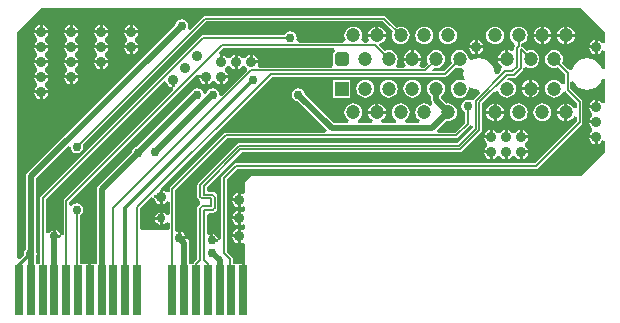
<source format=gtl>
%FSAX24Y24*%
%MOIN*%
G70*
G01*
G75*
G04 Layer_Physical_Order=1*
G04 Layer_Color=255*
%ADD10C,0.0060*%
%ADD11R,0.0276X0.1654*%
%ADD12C,0.0200*%
%ADD13C,0.0120*%
%ADD14C,0.0472*%
%ADD15R,0.0472X0.0472*%
G04:AMPARAMS|DCode=16|XSize=47.2mil|YSize=47.2mil|CornerRadius=11.8mil|HoleSize=0mil|Usage=FLASHONLY|Rotation=0.000|XOffset=0mil|YOffset=0mil|HoleType=Round|Shape=RoundedRectangle|*
%AMROUNDEDRECTD16*
21,1,0.0472,0.0236,0,0,0.0*
21,1,0.0236,0.0472,0,0,0.0*
1,1,0.0236,0.0118,-0.0118*
1,1,0.0236,-0.0118,-0.0118*
1,1,0.0236,-0.0118,0.0118*
1,1,0.0236,0.0118,0.0118*
%
%ADD16ROUNDEDRECTD16*%
%ADD17C,0.0350*%
%ADD18C,0.0300*%
G36*
X024873Y018804D02*
X024950Y018793D01*
X025020Y018802D01*
X025090Y018732D01*
X025073Y018600D01*
X025091Y018464D01*
X025122Y018388D01*
X025028Y018389D01*
X025028Y018389D01*
X025028Y018389D01*
X024950Y018399D01*
X024873Y018389D01*
X024801Y018359D01*
X024739Y018311D01*
X024692Y018249D01*
X024662Y018177D01*
X024652Y018100D01*
X024662Y018023D01*
X024692Y017951D01*
X024739Y017889D01*
X024801Y017841D01*
X024873Y017811D01*
X024950Y017801D01*
X025028Y017811D01*
X025100Y017841D01*
X025162Y017889D01*
X025209Y017951D01*
X025239Y018023D01*
X025249Y018100D01*
D01*
D01*
D01*
X025249Y018100D01*
X025249Y018100D01*
X025274Y018192D01*
D01*
X025336Y018144D01*
X025464Y018091D01*
X025600Y018073D01*
X025615Y017960D01*
X025425Y017770D01*
X025405Y017740D01*
X025405Y017740D01*
Y017740D01*
X025405Y017739D01*
X025308Y017714D01*
X025302Y017718D01*
X025220Y017734D01*
X025138Y017718D01*
X025069Y017671D01*
X025022Y017602D01*
X025006Y017520D01*
X025022Y017438D01*
X025069Y017369D01*
X025128Y017329D01*
Y016978D01*
X024792Y016642D01*
X024239D01*
X024201Y016734D01*
X024497Y017030D01*
X024557Y017022D01*
X024634Y017032D01*
X024706Y017062D01*
X024768Y017109D01*
X024815Y017171D01*
X024845Y017243D01*
X024855Y017320D01*
X024845Y017398D01*
X024815Y017470D01*
X024768Y017532D01*
X024706Y017579D01*
X024634Y017609D01*
X024557Y017619D01*
X024497Y017611D01*
X024326Y017782D01*
Y017860D01*
X024374Y017897D01*
X024422Y017958D01*
X024452Y018031D01*
X024462Y018108D01*
X024452Y018185D01*
X024422Y018257D01*
X024374Y018319D01*
X024312Y018367D01*
X024240Y018396D01*
X024163Y018407D01*
X024086Y018396D01*
X024014Y018367D01*
X023952Y018319D01*
X023904Y018257D01*
X023874Y018185D01*
X023864Y018108D01*
X023874Y018031D01*
X023904Y017958D01*
X023952Y017897D01*
X024000Y017860D01*
Y017714D01*
X024000Y017714D01*
X024000D01*
X024012Y017652D01*
X024040Y017611D01*
X023967Y017542D01*
X023919Y017579D01*
X023847Y017609D01*
X023769Y017619D01*
X023692Y017609D01*
X023620Y017579D01*
X023558Y017532D01*
X023511Y017470D01*
X023481Y017398D01*
X023471Y017320D01*
X023481Y017243D01*
X023511Y017171D01*
X023558Y017109D01*
X023620Y017062D01*
X023621Y017061D01*
X023602Y016963D01*
X023150D01*
X023130Y017061D01*
X023131Y017062D01*
X023193Y017109D01*
X023241Y017171D01*
X023270Y017243D01*
X023281Y017320D01*
X023270Y017398D01*
X023241Y017470D01*
X023193Y017532D01*
X023131Y017579D01*
X023059Y017609D01*
X022982Y017619D01*
X022905Y017609D01*
X022833Y017579D01*
X022771Y017532D01*
X022723Y017470D01*
X022693Y017398D01*
X022683Y017320D01*
X022693Y017243D01*
X022723Y017171D01*
X022771Y017109D01*
X022833Y017062D01*
X022834Y017061D01*
X022814Y016963D01*
X022362D01*
X022343Y017061D01*
X022344Y017062D01*
X022406Y017109D01*
X022453Y017171D01*
X022483Y017243D01*
X022487Y017270D01*
X021902D01*
X021906Y017243D01*
X021936Y017171D01*
X021983Y017109D01*
X022045Y017062D01*
X022046Y017061D01*
X022027Y016963D01*
X021575D01*
X021555Y017061D01*
X021556Y017062D01*
X021618Y017109D01*
X021666Y017171D01*
X021696Y017243D01*
X021706Y017320D01*
X021696Y017398D01*
X021666Y017470D01*
X021618Y017532D01*
X021556Y017579D01*
X021484Y017609D01*
X021407Y017619D01*
X021330Y017609D01*
X021258Y017579D01*
X021196Y017532D01*
X021148Y017470D01*
X021118Y017398D01*
X021108Y017320D01*
X021118Y017243D01*
X021148Y017171D01*
X021196Y017109D01*
X021258Y017062D01*
X021259Y017061D01*
X021239Y016963D01*
X020748D01*
X019780Y017931D01*
X019768Y017992D01*
X019721Y018061D01*
X019652Y018108D01*
X019570Y018124D01*
X019488Y018108D01*
X019419Y018061D01*
X019372Y017992D01*
X019356Y017910D01*
X019372Y017828D01*
X019419Y017759D01*
X019488Y017712D01*
X019549Y017700D01*
X020515Y016734D01*
X020477Y016642D01*
X017150D01*
X017115Y016635D01*
X017085Y016615D01*
X015305Y014835D01*
X015285Y014805D01*
X015278Y014770D01*
Y014679D01*
X015183Y014650D01*
X015169Y014669D01*
X015092Y014721D01*
X015050Y014730D01*
Y014500D01*
Y014270D01*
X015092Y014279D01*
X015169Y014331D01*
X015183Y014350D01*
X015278Y014321D01*
Y013914D01*
X015183Y013885D01*
X015151Y013931D01*
X015082Y013978D01*
X015050Y013984D01*
Y013780D01*
Y013576D01*
X015082Y013582D01*
X015151Y013629D01*
X015183Y013675D01*
X015278Y013646D01*
Y013432D01*
X015200Y013400D01*
Y013400D01*
X015200Y013400D01*
X014400D01*
X014384Y013384D01*
X014292Y013422D01*
Y014112D01*
X014672Y014492D01*
X014768Y014463D01*
X014760Y014500D01*
X014770Y014550D01*
X014950D01*
Y014730D01*
X015000Y014740D01*
X014987Y014807D01*
X018688Y018508D01*
X024458D01*
X024493Y018515D01*
X024523Y018535D01*
Y018535D01*
X024523D01*
D01*
D01*
D01*
D01*
D01*
D01*
X024523D01*
D01*
X024523D01*
Y018535D01*
D01*
D01*
D01*
D01*
Y018535D01*
D01*
D01*
D01*
D01*
D01*
D01*
Y018535D01*
D01*
D01*
X024523D01*
D01*
D01*
D01*
X024815Y018827D01*
X024873Y018804D01*
D02*
G37*
G36*
X020803Y019363D02*
X020767Y019339D01*
X020728Y019280D01*
X020714Y019210D01*
Y018974D01*
X020728Y018905D01*
X020731Y018900D01*
X020683Y018812D01*
X018263D01*
X018216Y018900D01*
X018221Y018908D01*
X018230Y018950D01*
X018000D01*
Y019000D01*
X017950D01*
Y019230D01*
X017908Y019221D01*
X017831Y019169D01*
X017800Y019124D01*
X017700D01*
X017669Y019169D01*
X017592Y019221D01*
X017550Y019230D01*
Y019000D01*
Y018770D01*
X017592Y018779D01*
X017669Y018831D01*
X017700Y018876D01*
X017800D01*
X017831Y018831D01*
X017861Y018810D01*
X017871Y018711D01*
X017022Y017862D01*
X016934Y017909D01*
X016934Y017910D01*
X016918Y017992D01*
X016871Y018061D01*
X016802Y018108D01*
X016720Y018124D01*
X016638Y018108D01*
X016569Y018061D01*
X016522Y017992D01*
Y017992D01*
X016500Y017931D01*
X016404Y017960D01*
X016398Y017992D01*
X016351Y018061D01*
X016282Y018108D01*
X016200Y018124D01*
X016118Y018108D01*
X016049Y018061D01*
X016002Y017992D01*
X015997Y017968D01*
X014209Y016180D01*
X014148Y016168D01*
X014079Y016121D01*
X014032Y016052D01*
X014020Y015991D01*
X012898Y014869D01*
X012863Y014816D01*
X012851Y014754D01*
Y012267D01*
X012670D01*
Y011380D01*
X012570D01*
Y012267D01*
X012282D01*
Y013879D01*
X012341Y013919D01*
X012388Y013988D01*
X012404Y014070D01*
X012388Y014152D01*
X012341Y014221D01*
X012272Y014268D01*
X012190Y014284D01*
X012108Y014268D01*
X012039Y014221D01*
X012027Y014205D01*
X011932Y014234D01*
Y014332D01*
X016178Y018579D01*
X016267Y018532D01*
X016270Y018550D01*
X016500D01*
Y018500D01*
X016550D01*
Y018270D01*
X016592Y018279D01*
X016669Y018331D01*
X016700Y018376D01*
X016800D01*
X016831Y018331D01*
X016908Y018279D01*
X016950Y018270D01*
Y018500D01*
X017000D01*
Y018550D01*
X017230D01*
X017221Y018592D01*
X017169Y018669D01*
X017124Y018700D01*
Y018800D01*
X017169Y018831D01*
X017200Y018876D01*
X017300D01*
X017331Y018831D01*
X017408Y018779D01*
X017450Y018770D01*
Y019000D01*
Y019230D01*
X017408Y019221D01*
X017331Y019169D01*
X017300Y019124D01*
X017200D01*
X017169Y019169D01*
X017092Y019221D01*
X017050Y019230D01*
Y019000D01*
X016950D01*
Y019230D01*
X016968Y019233D01*
X016921Y019322D01*
X017058Y019458D01*
X020774D01*
X020803Y019363D01*
D02*
G37*
G36*
X029800Y020000D02*
Y019646D01*
X029704Y019617D01*
X029669Y019669D01*
X029592Y019721D01*
X029550Y019730D01*
Y019500D01*
Y019270D01*
X029592Y019279D01*
X029669Y019331D01*
X029704Y019383D01*
X029800Y019354D01*
Y018779D01*
X029702Y018760D01*
X029659Y018864D01*
X029575Y018973D01*
X029466Y019056D01*
X029339Y019109D01*
X029202Y019127D01*
X029066Y019109D01*
X028939Y019056D01*
X028830Y018973D01*
X028746Y018864D01*
X028696Y018743D01*
X028674Y018739D01*
X028569Y018753D01*
X028365Y018957D01*
X028389Y019015D01*
X028399Y019092D01*
X028389Y019169D01*
X028359Y019242D01*
X028311Y019303D01*
X028249Y019351D01*
X028177Y019381D01*
X028100Y019391D01*
X028023Y019381D01*
X027951Y019351D01*
X027889Y019303D01*
X027841Y019242D01*
X027811Y019169D01*
X027801Y019092D01*
X027811Y019015D01*
X027841Y018943D01*
X027889Y018881D01*
X027951Y018833D01*
X028023Y018804D01*
X028100Y018793D01*
X028177Y018804D01*
X028235Y018827D01*
X028458Y018604D01*
Y018273D01*
X028360Y018254D01*
X028359Y018257D01*
X028311Y018319D01*
X028249Y018367D01*
X028177Y018396D01*
X028100Y018407D01*
X028023Y018396D01*
X027951Y018367D01*
X027889Y018319D01*
X027841Y018257D01*
X027811Y018185D01*
X027801Y018108D01*
X027811Y018031D01*
X027841Y017958D01*
X027889Y017897D01*
X027951Y017849D01*
X028023Y017819D01*
X028100Y017809D01*
X028177Y017819D01*
X028249Y017849D01*
X028311Y017897D01*
X028359Y017958D01*
X028378Y018006D01*
X028478Y018016D01*
X028485Y018005D01*
X028858Y017632D01*
Y017471D01*
X028760Y017451D01*
X028752Y017470D01*
X028705Y017532D01*
X028643Y017579D01*
X028571Y017609D01*
X028544Y017613D01*
Y017320D01*
Y017028D01*
X028571Y017032D01*
X028643Y017062D01*
X028705Y017109D01*
X028752Y017171D01*
X028760Y017190D01*
X028858Y017170D01*
Y017028D01*
X027452Y015622D01*
X017500D01*
X017465Y015615D01*
X017435Y015595D01*
X017025Y015185D01*
X017005Y015155D01*
X016998Y015120D01*
Y013087D01*
X016899Y013077D01*
X016904Y013050D01*
X016894Y013000D01*
X016690D01*
Y013050D01*
X016640D01*
Y013254D01*
X016608Y013248D01*
X016600Y013243D01*
X016512Y013290D01*
Y013908D01*
X016583Y013978D01*
X016720D01*
Y013977D01*
X016779Y013989D01*
X016828Y014022D01*
X016862Y014071D01*
X016873Y014130D01*
X016872D01*
Y014510D01*
X016873D01*
X016862Y014569D01*
X016828Y014618D01*
X016779Y014651D01*
X016720Y014663D01*
Y014662D01*
X016583D01*
X016512Y014732D01*
Y014822D01*
X017678Y015988D01*
X024965D01*
X025000Y015995D01*
X025030Y016015D01*
X025675Y016660D01*
X025695Y016690D01*
X025702Y016725D01*
D01*
D01*
D01*
D01*
D01*
X025702D01*
D01*
D01*
D01*
D01*
Y016725D01*
X025702D01*
D01*
Y016725D01*
D01*
D01*
D01*
D01*
D01*
D01*
D01*
D01*
D01*
D01*
D01*
D01*
Y016725D01*
D01*
X025702D01*
D01*
D01*
D01*
D01*
X025702Y016725D01*
Y017617D01*
X026097Y018012D01*
X026237Y018031D01*
X026266Y017958D01*
X026314Y017897D01*
X026376Y017849D01*
X026448Y017819D01*
X026525Y017809D01*
X026603Y017819D01*
X026675Y017849D01*
X026736Y017897D01*
X026784Y017958D01*
X026814Y018031D01*
X026824Y018108D01*
X026814Y018185D01*
X026784Y018257D01*
X026736Y018319D01*
X026675Y018367D01*
X026603Y018396D01*
X026525Y018407D01*
X026514Y018429D01*
X026553Y018468D01*
X026755D01*
X026790Y018475D01*
X026820Y018495D01*
X027045Y018720D01*
X027065Y018750D01*
X027066Y018756D01*
X027072Y018785D01*
Y018791D01*
X027161Y018835D01*
X027163Y018833D01*
X027235Y018804D01*
X027313Y018793D01*
X027390Y018804D01*
X027462Y018833D01*
X027524Y018881D01*
X027571Y018943D01*
X027601Y019015D01*
X027611Y019092D01*
X027601Y019169D01*
X027571Y019242D01*
X027524Y019303D01*
X027462Y019351D01*
X027390Y019381D01*
X027313Y019391D01*
X027235Y019381D01*
X027178Y019357D01*
X027050Y019485D01*
X027020Y019505D01*
X027007Y019507D01*
X027011Y019524D01*
Y019597D01*
X027068Y019621D01*
X027130Y019668D01*
X027178Y019730D01*
X027207Y019802D01*
X027218Y019880D01*
X027207Y019957D01*
X027178Y020029D01*
X027130Y020091D01*
X027068Y020138D01*
X026996Y020168D01*
X026919Y020178D01*
X026842Y020168D01*
X026770Y020138D01*
X026708Y020091D01*
X026660Y020029D01*
X026630Y019957D01*
X026620Y019880D01*
X026630Y019802D01*
X026660Y019730D01*
X026708Y019668D01*
X026770Y019621D01*
X026800Y019541D01*
X026795Y019530D01*
X026795Y019530D01*
X026795D01*
X026775Y019500D01*
X026768Y019465D01*
Y019392D01*
X026679Y019348D01*
X026675Y019351D01*
X026603Y019381D01*
X026575Y019384D01*
Y019092D01*
X026525D01*
Y019042D01*
X026233D01*
X026237Y019015D01*
X026266Y018943D01*
X026314Y018881D01*
X026376Y018833D01*
X026296Y018641D01*
X026240Y018585D01*
X026127Y018600D01*
X026109Y018736D01*
X026056Y018864D01*
X025973Y018973D01*
X025864Y019056D01*
X025736Y019109D01*
X025600Y019127D01*
X025464Y019109D01*
X025336Y019056D01*
X025249Y019092D01*
X025249Y019092D01*
D01*
D01*
Y019092D01*
D01*
X025239Y019169D01*
X025209Y019242D01*
X025162Y019303D01*
X025100Y019351D01*
X025028Y019381D01*
X024950Y019391D01*
X024873Y019381D01*
X024801Y019351D01*
X024739Y019303D01*
X024692Y019242D01*
X024662Y019169D01*
X024652Y019092D01*
X024662Y019015D01*
X024686Y018957D01*
X024420Y018692D01*
X024042D01*
X024041Y018695D01*
X024080Y018790D01*
X024090Y018803D01*
X024163Y018793D01*
X024240Y018804D01*
X024312Y018833D01*
X024374Y018881D01*
X024422Y018943D01*
X024452Y019015D01*
X024462Y019092D01*
X024452Y019169D01*
X024422Y019242D01*
X024374Y019303D01*
X024312Y019351D01*
X024240Y019381D01*
X024163Y019391D01*
X024086Y019381D01*
X024014Y019351D01*
X023952Y019303D01*
X023904Y019242D01*
X023874Y019169D01*
X023864Y019092D01*
X023874Y019015D01*
X023904Y018944D01*
X023772Y018812D01*
X023647D01*
X023603Y018901D01*
X023634Y018943D01*
X023664Y019015D01*
X023668Y019042D01*
X023083D01*
X023087Y019015D01*
X023117Y018943D01*
X023149Y018901D01*
X023104Y018812D01*
X022859D01*
X022815Y018901D01*
X022847Y018943D01*
X022877Y019015D01*
X022887Y019092D01*
X022877Y019169D01*
X022847Y019242D01*
X022799Y019303D01*
X022738Y019351D01*
X022666Y019381D01*
X022588Y019391D01*
X022511Y019381D01*
X022453Y019357D01*
X022258Y019552D01*
X022272Y019591D01*
X022344Y019621D01*
X022406Y019668D01*
X022453Y019730D01*
X022483Y019802D01*
X022487Y019830D01*
X021902D01*
X021906Y019802D01*
X021936Y019730D01*
X021821Y019642D01*
X021781D01*
X021666Y019730D01*
X021696Y019802D01*
X021706Y019880D01*
X021696Y019957D01*
X021666Y020029D01*
X021618Y020091D01*
X021556Y020138D01*
X021484Y020168D01*
X021407Y020178D01*
X021330Y020168D01*
X021258Y020138D01*
X021196Y020091D01*
X021148Y020029D01*
X021118Y019957D01*
X021108Y019880D01*
X021118Y019802D01*
X021148Y019730D01*
X021033Y019642D01*
X019637D01*
X019508Y019728D01*
X019524Y019810D01*
X019508Y019892D01*
X019461Y019961D01*
X019392Y020008D01*
X019310Y020024D01*
X019228Y020008D01*
X019159Y019961D01*
X019119Y019902D01*
X016410D01*
X016375Y019895D01*
X016345Y019875D01*
X010995Y014525D01*
X010975Y014495D01*
X010968Y014460D01*
Y012267D01*
X010815D01*
Y012493D01*
X010838Y012528D01*
X010854Y012610D01*
X010838Y012692D01*
X010815Y012727D01*
Y015114D01*
X011883Y016183D01*
X011979Y016154D01*
X011992Y016088D01*
X012039Y016019D01*
X012108Y015972D01*
X012190Y015956D01*
X012272Y015972D01*
X012341Y016019D01*
X012388Y016088D01*
X012404Y016170D01*
X012390Y016240D01*
X016498Y020348D01*
X022383D01*
X022717Y020014D01*
X022693Y019957D01*
X022683Y019880D01*
X022693Y019802D01*
X022723Y019730D01*
X022771Y019668D01*
X022833Y019621D01*
X022905Y019591D01*
X022982Y019581D01*
X023059Y019591D01*
X023131Y019621D01*
X023193Y019668D01*
X023241Y019730D01*
X023270Y019802D01*
X023281Y019880D01*
X023270Y019957D01*
X023241Y020029D01*
X023193Y020091D01*
X023131Y020138D01*
X023059Y020168D01*
X022982Y020178D01*
X022905Y020168D01*
X022847Y020144D01*
X022486Y020505D01*
X022457Y020525D01*
X022421Y020532D01*
X016460D01*
X016425Y020525D01*
X016395Y020505D01*
X015962Y020072D01*
X015878Y020128D01*
X015894Y020210D01*
X015878Y020292D01*
X015831Y020361D01*
X015762Y020408D01*
X015680Y020424D01*
X015598Y020408D01*
X015529Y020361D01*
X015482Y020292D01*
X015470Y020231D01*
X010536Y015297D01*
X010501Y015244D01*
X010488Y015182D01*
Y012761D01*
X010442Y012692D01*
X010426Y012610D01*
X010433Y012576D01*
X010292Y012435D01*
X010200Y012474D01*
Y020000D01*
X011000Y020800D01*
X029000D01*
X029800Y020000D01*
D02*
G37*
G36*
X025398Y016873D02*
Y016813D01*
X024877Y016292D01*
X017590D01*
X017561Y016286D01*
X017555Y016285D01*
X017525Y016265D01*
X016235Y014975D01*
X016215Y014945D01*
X016208Y014910D01*
X016208Y014510D01*
X016207D01*
X016219Y014451D01*
X016252Y014402D01*
X016300Y014370D01*
Y014270D01*
X016252Y014238D01*
X016219Y014189D01*
X016207Y014130D01*
X016208D01*
X016208Y012425D01*
X016099Y012315D01*
X016079Y012285D01*
X016075Y012267D01*
X015933D01*
Y012970D01*
X015920Y013033D01*
X015885Y013086D01*
X015820Y013151D01*
X015824Y013130D01*
X015814Y013080D01*
X015610D01*
Y013130D01*
X015560D01*
Y013334D01*
X015539Y013330D01*
X015462Y013393D01*
Y014732D01*
X017188Y016458D01*
X024830D01*
X024865Y016465D01*
X024895Y016485D01*
X025285Y016875D01*
X025303Y016902D01*
X025398Y016873D01*
D02*
G37*
G36*
X029800Y018421D02*
Y017646D01*
X029704Y017617D01*
X029669Y017669D01*
X029592Y017721D01*
X029550Y017730D01*
Y017500D01*
X029500D01*
Y017450D01*
X029270D01*
X029279Y017408D01*
X029331Y017331D01*
X029376Y017300D01*
Y017200D01*
X029331Y017169D01*
X029279Y017092D01*
X029270Y017050D01*
X029500D01*
Y016950D01*
X029270D01*
X029279Y016908D01*
X029331Y016831D01*
X029376Y016800D01*
Y016700D01*
X029331Y016669D01*
X029279Y016592D01*
X029270Y016550D01*
X029500D01*
Y016500D01*
X029550D01*
Y016270D01*
X029592Y016279D01*
X029669Y016331D01*
X029704Y016383D01*
X029800Y016354D01*
Y016000D01*
X029000Y015200D01*
X018000D01*
X017800Y015000D01*
Y014655D01*
X017712Y014608D01*
X017692Y014621D01*
X017650Y014630D01*
Y014400D01*
Y014170D01*
X017692Y014179D01*
X017712Y014192D01*
X017791Y014150D01*
Y014050D01*
X017712Y014008D01*
X017692Y014021D01*
X017650Y014030D01*
Y013800D01*
Y013570D01*
X017692Y013579D01*
X017712Y013592D01*
X017791Y013550D01*
Y013450D01*
X017712Y013408D01*
X017692Y013421D01*
X017650Y013430D01*
Y013200D01*
Y012970D01*
X017692Y012979D01*
X017712Y012992D01*
X017800Y012945D01*
Y012267D01*
X017788D01*
Y011380D01*
X017688D01*
Y012267D01*
X017392D01*
Y012430D01*
X017385Y012465D01*
X017365Y012495D01*
X017365Y012495D01*
X017365D01*
X017365Y012495D01*
Y012495D01*
X017182Y012678D01*
Y015082D01*
X017538Y015438D01*
X027490D01*
X027525Y015445D01*
X027555Y015465D01*
Y015465D01*
X027555D01*
D01*
D01*
D01*
D01*
D01*
D01*
X027555D01*
D01*
X027555D01*
Y015465D01*
D01*
D01*
D01*
D01*
Y015465D01*
D01*
D01*
D01*
D01*
D01*
D01*
Y015465D01*
D01*
D01*
X027555D01*
D01*
D01*
D01*
X029015Y016925D01*
X029035Y016955D01*
X029042Y016990D01*
D01*
D01*
D01*
D01*
D01*
X029042D01*
D01*
D01*
D01*
D01*
Y016990D01*
X029042D01*
D01*
Y016990D01*
D01*
D01*
D01*
D01*
D01*
D01*
D01*
D01*
D01*
D01*
D01*
D01*
Y016990D01*
D01*
X029042D01*
D01*
D01*
D01*
D01*
X029042Y016990D01*
Y017670D01*
X029036Y017699D01*
X029035Y017705D01*
X029015Y017735D01*
X028642Y018108D01*
Y018332D01*
X028740Y018351D01*
X028746Y018336D01*
X028830Y018227D01*
X028939Y018144D01*
X029066Y018091D01*
X029202Y018073D01*
X029339Y018091D01*
X029466Y018144D01*
X029575Y018227D01*
X029659Y018336D01*
X029702Y018440D01*
X029800Y018421D01*
D02*
G37*
G36*
X015450Y018170D02*
X015400Y018160D01*
X015380Y018164D01*
X015409Y018069D01*
X011775Y014435D01*
X011755Y014405D01*
X011748Y014370D01*
Y013227D01*
X011649Y013217D01*
X011654Y013190D01*
X011644Y013140D01*
X011440D01*
Y013190D01*
X011390D01*
Y013394D01*
X011358Y013388D01*
X011289Y013341D01*
X011247Y013280D01*
X011152Y013309D01*
Y014422D01*
X015080Y018351D01*
X015176Y018322D01*
X015179Y018308D01*
X015231Y018231D01*
X015308Y018179D01*
X015350Y018170D01*
Y018400D01*
X015450D01*
Y018170D01*
D02*
G37*
%LPC*%
G36*
X029450Y017730D02*
X029408Y017721D01*
X029331Y017669D01*
X029279Y017592D01*
X029270Y017550D01*
X029450D01*
Y017730D01*
D02*
G37*
G36*
X028444Y017613D02*
X028416Y017609D01*
X028344Y017579D01*
X028282Y017532D01*
X028235Y017470D01*
X028205Y017398D01*
X028202Y017370D01*
X028444D01*
Y017613D01*
D02*
G37*
G36*
X010950Y017950D02*
X010770D01*
X010779Y017908D01*
X010831Y017831D01*
X010908Y017779D01*
X010950Y017770D01*
Y017950D01*
D02*
G37*
G36*
X021801Y018407D02*
X021723Y018396D01*
X021651Y018367D01*
X021590Y018319D01*
X021542Y018257D01*
X021512Y018185D01*
X021502Y018108D01*
X021512Y018031D01*
X021542Y017958D01*
X021590Y017897D01*
X021651Y017849D01*
X021723Y017819D01*
X021801Y017809D01*
X021878Y017819D01*
X021950Y017849D01*
X022012Y017897D01*
X022060Y017958D01*
X022089Y018031D01*
X022100Y018108D01*
X022089Y018185D01*
X022060Y018257D01*
X022012Y018319D01*
X021950Y018367D01*
X021878Y018396D01*
X021801Y018407D01*
D02*
G37*
G36*
X011230Y017950D02*
X011050D01*
Y017770D01*
X011092Y017779D01*
X011169Y017831D01*
X011221Y017908D01*
X011230Y017950D01*
D02*
G37*
G36*
X026181Y017613D02*
Y017370D01*
X026424D01*
X026420Y017398D01*
X026390Y017470D01*
X026343Y017532D01*
X026281Y017579D01*
X026209Y017609D01*
X026181Y017613D01*
D02*
G37*
G36*
X028444Y017270D02*
X028202D01*
X028205Y017243D01*
X028235Y017171D01*
X028282Y017109D01*
X028344Y017062D01*
X028416Y017032D01*
X028444Y017028D01*
Y017270D01*
D02*
G37*
G36*
X026424D02*
X026181D01*
Y017028D01*
X026209Y017032D01*
X026281Y017062D01*
X026343Y017109D01*
X026390Y017171D01*
X026420Y017243D01*
X026424Y017270D01*
D02*
G37*
G36*
X022144Y017613D02*
X022117Y017609D01*
X022045Y017579D01*
X021983Y017532D01*
X021936Y017470D01*
X021906Y017398D01*
X021902Y017370D01*
X022144D01*
Y017613D01*
D02*
G37*
G36*
X026082D02*
X026054Y017609D01*
X025982Y017579D01*
X025920Y017532D01*
X025873Y017470D01*
X025843Y017398D01*
X025839Y017370D01*
X026082D01*
Y017613D01*
D02*
G37*
G36*
X022244D02*
Y017370D01*
X022487D01*
X022483Y017398D01*
X022453Y017470D01*
X022406Y017532D01*
X022344Y017579D01*
X022272Y017609D01*
X022244Y017613D01*
D02*
G37*
G36*
X027263Y018400D02*
X027235Y018396D01*
X027163Y018367D01*
X027101Y018319D01*
X027054Y018257D01*
X027024Y018185D01*
X027020Y018158D01*
X027263D01*
Y018400D01*
D02*
G37*
G36*
X013950Y020230D02*
X013908Y020221D01*
X013831Y020169D01*
X013779Y020092D01*
X013770Y020050D01*
X013950D01*
Y020230D01*
D02*
G37*
G36*
X027363Y018400D02*
Y018158D01*
X027605D01*
X027601Y018185D01*
X027571Y018257D01*
X027524Y018319D01*
X027462Y018367D01*
X027390Y018396D01*
X027363Y018400D01*
D02*
G37*
G36*
X011950Y018450D02*
X011770D01*
X011779Y018408D01*
X011831Y018331D01*
X011908Y018279D01*
X011950Y018270D01*
Y018450D01*
D02*
G37*
G36*
X013050Y020230D02*
Y020050D01*
X013230D01*
X013221Y020092D01*
X013169Y020169D01*
X013092Y020221D01*
X013050Y020230D01*
D02*
G37*
G36*
X011230Y018450D02*
X010770D01*
X010779Y018408D01*
X010831Y018331D01*
X010876Y018300D01*
Y018200D01*
X010831Y018169D01*
X010779Y018092D01*
X010770Y018050D01*
X011230D01*
X011221Y018092D01*
X011169Y018169D01*
X011124Y018200D01*
Y018300D01*
X011169Y018331D01*
X011221Y018408D01*
X011230Y018450D01*
D02*
G37*
G36*
X023376Y018407D02*
X023298Y018396D01*
X023226Y018367D01*
X023164Y018319D01*
X023117Y018257D01*
X023087Y018185D01*
X023077Y018108D01*
X023087Y018031D01*
X023117Y017958D01*
X023164Y017897D01*
X023226Y017849D01*
X023298Y017819D01*
X023376Y017809D01*
X023453Y017819D01*
X023525Y017849D01*
X023587Y017897D01*
X023634Y017958D01*
X023664Y018031D01*
X023674Y018108D01*
X023664Y018185D01*
X023634Y018257D01*
X023587Y018319D01*
X023525Y018367D01*
X023453Y018396D01*
X023376Y018407D01*
D02*
G37*
G36*
X022588D02*
X022511Y018396D01*
X022439Y018367D01*
X022377Y018319D01*
X022329Y018257D01*
X022300Y018185D01*
X022289Y018108D01*
X022300Y018031D01*
X022329Y017958D01*
X022377Y017897D01*
X022439Y017849D01*
X022511Y017819D01*
X022588Y017809D01*
X022666Y017819D01*
X022738Y017849D01*
X022799Y017897D01*
X022847Y017958D01*
X022877Y018031D01*
X022887Y018108D01*
X022877Y018185D01*
X022847Y018257D01*
X022799Y018319D01*
X022738Y018367D01*
X022666Y018396D01*
X022588Y018407D01*
D02*
G37*
G36*
X021310Y018404D02*
X020717D01*
Y017812D01*
X021310D01*
Y018404D01*
D02*
G37*
G36*
X027605Y018058D02*
X027363D01*
Y017816D01*
X027390Y017819D01*
X027462Y017849D01*
X027524Y017897D01*
X027571Y017958D01*
X027601Y018031D01*
X027605Y018058D01*
D02*
G37*
G36*
X027263D02*
X027020D01*
X027024Y018031D01*
X027054Y017958D01*
X027101Y017897D01*
X027163Y017849D01*
X027235Y017819D01*
X027263Y017816D01*
Y018058D01*
D02*
G37*
G36*
X014950Y013730D02*
X014796D01*
X014802Y013698D01*
X014849Y013629D01*
X014918Y013582D01*
X014950Y013576D01*
Y013730D01*
D02*
G37*
G36*
X017550Y013750D02*
X017370D01*
X017379Y013708D01*
X017431Y013631D01*
X017508Y013579D01*
X017550Y013570D01*
Y013750D01*
D02*
G37*
G36*
X014950Y013984D02*
X014918Y013978D01*
X014849Y013931D01*
X014802Y013862D01*
X014796Y013830D01*
X014950D01*
Y013984D01*
D02*
G37*
G36*
X017550Y014350D02*
X017370D01*
X017379Y014308D01*
X017431Y014231D01*
X017508Y014179D01*
X017550Y014170D01*
Y014350D01*
D02*
G37*
G36*
Y014030D02*
X017508Y014021D01*
X017431Y013969D01*
X017379Y013892D01*
X017370Y013850D01*
X017550D01*
Y014030D01*
D02*
G37*
G36*
Y013430D02*
X017508Y013421D01*
X017431Y013369D01*
X017379Y013292D01*
X017370Y013250D01*
X017550D01*
Y013430D01*
D02*
G37*
G36*
Y013150D02*
X017370D01*
X017379Y013108D01*
X017431Y013031D01*
X017508Y012979D01*
X017550Y012970D01*
Y013150D01*
D02*
G37*
G36*
X014050Y020230D02*
Y020050D01*
X014230D01*
X014221Y020092D01*
X014169Y020169D01*
X014092Y020221D01*
X014050Y020230D01*
D02*
G37*
G36*
X016740Y013254D02*
Y013100D01*
X016894D01*
X016888Y013132D01*
X016841Y013201D01*
X016772Y013248D01*
X016740Y013254D01*
D02*
G37*
G36*
X011490Y013394D02*
Y013240D01*
X011644D01*
X011638Y013272D01*
X011591Y013341D01*
X011522Y013388D01*
X011490Y013394D01*
D02*
G37*
G36*
X015660Y013334D02*
Y013180D01*
X015814D01*
X015808Y013212D01*
X015761Y013281D01*
X015692Y013328D01*
X015660Y013334D01*
D02*
G37*
G36*
X026950Y016730D02*
X026908Y016721D01*
X026831Y016669D01*
X026800Y016624D01*
X026700D01*
X026669Y016669D01*
X026592Y016721D01*
X026550Y016730D01*
Y016500D01*
X026450D01*
Y016730D01*
X026408Y016721D01*
X026331Y016669D01*
X026300Y016624D01*
X026200D01*
X026169Y016669D01*
X026092Y016721D01*
X026050Y016730D01*
Y016500D01*
X026000D01*
Y016450D01*
X025770D01*
X025779Y016408D01*
X025831Y016331D01*
X025876Y016300D01*
Y016200D01*
X025831Y016169D01*
X025779Y016092D01*
X025770Y016050D01*
X026000D01*
Y016000D01*
X026050D01*
Y015770D01*
X026092Y015779D01*
X026169Y015831D01*
X026200Y015876D01*
X026300D01*
X026331Y015831D01*
X026408Y015779D01*
X026450Y015770D01*
Y016000D01*
X026550D01*
Y015770D01*
X026592Y015779D01*
X026669Y015831D01*
X026700Y015876D01*
X026800D01*
X026831Y015831D01*
X026908Y015779D01*
X026950Y015770D01*
Y016000D01*
X027000D01*
Y016050D01*
X027230D01*
X027221Y016092D01*
X027169Y016169D01*
X027124Y016200D01*
Y016300D01*
X027169Y016331D01*
X027221Y016408D01*
X027230Y016450D01*
X027000D01*
Y016500D01*
X026950D01*
Y016730D01*
D02*
G37*
G36*
X027050D02*
Y016550D01*
X027230D01*
X027221Y016592D01*
X027169Y016669D01*
X027092Y016721D01*
X027050Y016730D01*
D02*
G37*
G36*
X026919Y017619D02*
X026842Y017609D01*
X026770Y017579D01*
X026708Y017532D01*
X026660Y017470D01*
X026630Y017398D01*
X026620Y017320D01*
X026630Y017243D01*
X026660Y017171D01*
X026708Y017109D01*
X026770Y017062D01*
X026842Y017032D01*
X026919Y017022D01*
X026996Y017032D01*
X027068Y017062D01*
X027130Y017109D01*
X027178Y017171D01*
X027207Y017243D01*
X027218Y017320D01*
X027207Y017398D01*
X027178Y017470D01*
X027130Y017532D01*
X027068Y017579D01*
X026996Y017609D01*
X026919Y017619D01*
D02*
G37*
G36*
X026082Y017270D02*
X025839D01*
X025843Y017243D01*
X025873Y017171D01*
X025920Y017109D01*
X025982Y017062D01*
X026054Y017032D01*
X026082Y017028D01*
Y017270D01*
D02*
G37*
G36*
X027706Y017619D02*
X027629Y017609D01*
X027557Y017579D01*
X027495Y017532D01*
X027448Y017470D01*
X027418Y017398D01*
X027408Y017320D01*
X027418Y017243D01*
X027448Y017171D01*
X027495Y017109D01*
X027557Y017062D01*
X027629Y017032D01*
X027706Y017022D01*
X027784Y017032D01*
X027856Y017062D01*
X027918Y017109D01*
X027965Y017171D01*
X027995Y017243D01*
X028005Y017320D01*
X027995Y017398D01*
X027965Y017470D01*
X027918Y017532D01*
X027856Y017579D01*
X027784Y017609D01*
X027706Y017619D01*
D02*
G37*
G36*
X025950Y016730D02*
X025908Y016721D01*
X025831Y016669D01*
X025779Y016592D01*
X025770Y016550D01*
X025950D01*
Y016730D01*
D02*
G37*
G36*
X017550Y014630D02*
X017508Y014621D01*
X017431Y014569D01*
X017379Y014492D01*
X017370Y014450D01*
X017550D01*
Y014630D01*
D02*
G37*
G36*
X014950Y014450D02*
X014770D01*
X014779Y014408D01*
X014831Y014331D01*
X014908Y014279D01*
X014950Y014270D01*
Y014450D01*
D02*
G37*
G36*
X025950Y015950D02*
X025770D01*
X025779Y015908D01*
X025831Y015831D01*
X025908Y015779D01*
X025950Y015770D01*
Y015950D01*
D02*
G37*
G36*
X029450Y016450D02*
X029270D01*
X029279Y016408D01*
X029331Y016331D01*
X029408Y016279D01*
X029450Y016270D01*
Y016450D01*
D02*
G37*
G36*
X027230Y015950D02*
X027050D01*
Y015770D01*
X027092Y015779D01*
X027169Y015831D01*
X027221Y015908D01*
X027230Y015950D01*
D02*
G37*
G36*
X023769Y020178D02*
X023692Y020168D01*
X023620Y020138D01*
X023558Y020091D01*
X023511Y020029D01*
X023481Y019957D01*
X023471Y019880D01*
X023481Y019802D01*
X023511Y019730D01*
X023558Y019668D01*
X023620Y019621D01*
X023692Y019591D01*
X023769Y019581D01*
X023847Y019591D01*
X023919Y019621D01*
X023981Y019668D01*
X024028Y019730D01*
X024058Y019802D01*
X024068Y019880D01*
X024058Y019957D01*
X024028Y020029D01*
X023981Y020091D01*
X023919Y020138D01*
X023847Y020168D01*
X023769Y020178D01*
D02*
G37*
G36*
X011950Y020230D02*
X011908Y020221D01*
X011831Y020169D01*
X011779Y020092D01*
X011770Y020050D01*
X011950D01*
Y020230D01*
D02*
G37*
G36*
X024557Y020178D02*
X024479Y020168D01*
X024407Y020138D01*
X024345Y020091D01*
X024298Y020029D01*
X024268Y019957D01*
X024258Y019880D01*
X024268Y019802D01*
X024298Y019730D01*
X024345Y019668D01*
X024407Y019621D01*
X024479Y019591D01*
X024557Y019581D01*
X024634Y019591D01*
X024706Y019621D01*
X024768Y019668D01*
X024815Y019730D01*
X024845Y019802D01*
X024855Y019880D01*
X024845Y019957D01*
X024815Y020029D01*
X024768Y020091D01*
X024706Y020138D01*
X024634Y020168D01*
X024557Y020178D01*
D02*
G37*
G36*
X027656Y019830D02*
X027414D01*
X027418Y019802D01*
X027448Y019730D01*
X027495Y019668D01*
X027557Y019621D01*
X027629Y019591D01*
X027656Y019587D01*
Y019830D01*
D02*
G37*
G36*
X026131Y020178D02*
X026054Y020168D01*
X025982Y020138D01*
X025920Y020091D01*
X025873Y020029D01*
X025843Y019957D01*
X025833Y019880D01*
X025843Y019802D01*
X025873Y019730D01*
X025920Y019668D01*
X025982Y019621D01*
X026054Y019591D01*
X026131Y019581D01*
X026209Y019591D01*
X026281Y019621D01*
X026343Y019668D01*
X026390Y019730D01*
X026420Y019802D01*
X026430Y019880D01*
X026420Y019957D01*
X026390Y020029D01*
X026343Y020091D01*
X026281Y020138D01*
X026209Y020168D01*
X026131Y020178D01*
D02*
G37*
G36*
X029450Y019730D02*
X029408Y019721D01*
X029331Y019669D01*
X029279Y019592D01*
X029270Y019550D01*
X029450D01*
Y019730D01*
D02*
G37*
G36*
X013230Y019950D02*
X012770D01*
X012779Y019908D01*
X012831Y019831D01*
X012876Y019800D01*
Y019700D01*
X012831Y019669D01*
X012779Y019592D01*
X012770Y019550D01*
X013230D01*
X013221Y019592D01*
X013169Y019669D01*
X013124Y019700D01*
Y019800D01*
X013169Y019831D01*
X013221Y019908D01*
X013230Y019950D01*
D02*
G37*
G36*
X012230D02*
X011770D01*
X011779Y019908D01*
X011831Y019831D01*
X011876Y019800D01*
Y019700D01*
X011831Y019669D01*
X011779Y019592D01*
X011770Y019550D01*
X012230D01*
X012221Y019592D01*
X012169Y019669D01*
X012124Y019700D01*
Y019800D01*
X012169Y019831D01*
X012221Y019908D01*
X012230Y019950D01*
D02*
G37*
G36*
X014230D02*
X013770D01*
X013779Y019908D01*
X013831Y019831D01*
X013876Y019800D01*
Y019700D01*
X013831Y019669D01*
X013779Y019592D01*
X013770Y019550D01*
X014230D01*
X014221Y019592D01*
X014169Y019669D01*
X014124Y019700D01*
Y019800D01*
X014169Y019831D01*
X014221Y019908D01*
X014230Y019950D01*
D02*
G37*
G36*
X025550Y019730D02*
Y019550D01*
X025730D01*
X025721Y019592D01*
X025669Y019669D01*
X025592Y019721D01*
X025550Y019730D01*
D02*
G37*
G36*
X025450D02*
X025408Y019721D01*
X025331Y019669D01*
X025279Y019592D01*
X025270Y019550D01*
X025450D01*
Y019730D01*
D02*
G37*
G36*
X028444Y020172D02*
X028416Y020168D01*
X028344Y020138D01*
X028282Y020091D01*
X028235Y020029D01*
X028205Y019957D01*
X028202Y019930D01*
X028444D01*
Y020172D01*
D02*
G37*
G36*
X027756D02*
Y019930D01*
X027998D01*
X027995Y019957D01*
X027965Y020029D01*
X027918Y020091D01*
X027856Y020138D01*
X027784Y020168D01*
X027756Y020172D01*
D02*
G37*
G36*
X028544D02*
Y019930D01*
X028786D01*
X028782Y019957D01*
X028752Y020029D01*
X028705Y020091D01*
X028643Y020138D01*
X028571Y020168D01*
X028544Y020172D01*
D02*
G37*
G36*
X011050Y020230D02*
Y020050D01*
X011230D01*
X011221Y020092D01*
X011169Y020169D01*
X011092Y020221D01*
X011050Y020230D01*
D02*
G37*
G36*
X010950D02*
X010908Y020221D01*
X010831Y020169D01*
X010779Y020092D01*
X010770Y020050D01*
X010950D01*
Y020230D01*
D02*
G37*
G36*
X027656Y020172D02*
X027629Y020168D01*
X027557Y020138D01*
X027495Y020091D01*
X027448Y020029D01*
X027418Y019957D01*
X027414Y019930D01*
X027656D01*
Y020172D01*
D02*
G37*
G36*
X028444Y019830D02*
X028202D01*
X028205Y019802D01*
X028235Y019730D01*
X028282Y019668D01*
X028344Y019621D01*
X028416Y019591D01*
X028444Y019587D01*
Y019830D01*
D02*
G37*
G36*
X027998D02*
X027756D01*
Y019587D01*
X027784Y019591D01*
X027856Y019621D01*
X027918Y019668D01*
X027965Y019730D01*
X027995Y019802D01*
X027998Y019830D01*
D02*
G37*
G36*
X028786D02*
X028544D01*
Y019587D01*
X028571Y019591D01*
X028643Y019621D01*
X028705Y019668D01*
X028752Y019730D01*
X028782Y019802D01*
X028786Y019830D01*
D02*
G37*
G36*
X022244Y020172D02*
Y019930D01*
X022487D01*
X022483Y019957D01*
X022453Y020029D01*
X022406Y020091D01*
X022344Y020138D01*
X022272Y020168D01*
X022244Y020172D01*
D02*
G37*
G36*
X022144D02*
X022117Y020168D01*
X022045Y020138D01*
X021983Y020091D01*
X021936Y020029D01*
X021906Y019957D01*
X021902Y019930D01*
X022144D01*
Y020172D01*
D02*
G37*
G36*
X013230Y018950D02*
X013050D01*
Y018770D01*
X013092Y018779D01*
X013169Y018831D01*
X013221Y018908D01*
X013230Y018950D01*
D02*
G37*
G36*
X012950D02*
X012770D01*
X012779Y018908D01*
X012831Y018831D01*
X012908Y018779D01*
X012950Y018770D01*
Y018950D01*
D02*
G37*
G36*
X012050Y020230D02*
Y020050D01*
X012230D01*
X012221Y020092D01*
X012169Y020169D01*
X012092Y020221D01*
X012050Y020230D01*
D02*
G37*
G36*
X012230Y019450D02*
X011770D01*
X011779Y019408D01*
X011831Y019331D01*
X011876Y019300D01*
Y019200D01*
X011831Y019169D01*
X011779Y019092D01*
X011770Y019050D01*
X012230D01*
X012221Y019092D01*
X012169Y019169D01*
X012124Y019200D01*
Y019300D01*
X012169Y019331D01*
X012221Y019408D01*
X012230Y019450D01*
D02*
G37*
G36*
X011230D02*
X010770D01*
X010779Y019408D01*
X010831Y019331D01*
X010876Y019300D01*
Y019200D01*
X010831Y019169D01*
X010779Y019092D01*
X010770Y019050D01*
X011230D01*
X011221Y019092D01*
X011169Y019169D01*
X011124Y019200D01*
Y019300D01*
X011169Y019331D01*
X011221Y019408D01*
X011230Y019450D01*
D02*
G37*
G36*
X012230Y018950D02*
X011770D01*
X011779Y018908D01*
X011831Y018831D01*
X011876Y018800D01*
Y018700D01*
X011831Y018669D01*
X011779Y018592D01*
X011770Y018550D01*
X012230D01*
X012221Y018592D01*
X012169Y018669D01*
X012124Y018700D01*
Y018800D01*
X012169Y018831D01*
X012221Y018908D01*
X012230Y018950D01*
D02*
G37*
G36*
X016450Y018450D02*
X016270D01*
X016279Y018408D01*
X016331Y018331D01*
X016408Y018279D01*
X016450Y018270D01*
Y018450D01*
D02*
G37*
G36*
X012230D02*
X012050D01*
Y018270D01*
X012092Y018279D01*
X012169Y018331D01*
X012221Y018408D01*
X012230Y018450D01*
D02*
G37*
G36*
X017230D02*
X017050D01*
Y018270D01*
X017092Y018279D01*
X017169Y018331D01*
X017221Y018408D01*
X017230Y018450D01*
D02*
G37*
G36*
X011230Y018950D02*
X010770D01*
X010779Y018908D01*
X010831Y018831D01*
X010876Y018800D01*
Y018700D01*
X010831Y018669D01*
X010779Y018592D01*
X010770Y018550D01*
X011230D01*
X011221Y018592D01*
X011169Y018669D01*
X011124Y018700D01*
Y018800D01*
X011169Y018831D01*
X011221Y018908D01*
X011230Y018950D01*
D02*
G37*
G36*
X012950Y020230D02*
X012908Y020221D01*
X012831Y020169D01*
X012779Y020092D01*
X012770Y020050D01*
X012950D01*
Y020230D01*
D02*
G37*
G36*
X025450Y019450D02*
X025270D01*
X025279Y019408D01*
X025331Y019331D01*
X025408Y019279D01*
X025450Y019270D01*
Y019450D01*
D02*
G37*
G36*
X014230D02*
X014050D01*
Y019270D01*
X014092Y019279D01*
X014169Y019331D01*
X014221Y019408D01*
X014230Y019450D01*
D02*
G37*
G36*
X025730D02*
X025550D01*
Y019270D01*
X025592Y019279D01*
X025669Y019331D01*
X025721Y019408D01*
X025730Y019450D01*
D02*
G37*
G36*
X011230Y019950D02*
X010770D01*
X010779Y019908D01*
X010831Y019831D01*
X010876Y019800D01*
Y019700D01*
X010831Y019669D01*
X010779Y019592D01*
X010770Y019550D01*
X011230D01*
X011221Y019592D01*
X011169Y019669D01*
X011124Y019700D01*
Y019800D01*
X011169Y019831D01*
X011221Y019908D01*
X011230Y019950D01*
D02*
G37*
G36*
X029450Y019450D02*
X029270D01*
X029279Y019408D01*
X029331Y019331D01*
X029408Y019279D01*
X029450Y019270D01*
Y019450D01*
D02*
G37*
G36*
X013950D02*
X013770D01*
X013779Y019408D01*
X013831Y019331D01*
X013908Y019279D01*
X013950Y019270D01*
Y019450D01*
D02*
G37*
G36*
X018050Y019230D02*
Y019050D01*
X018230D01*
X018221Y019092D01*
X018169Y019169D01*
X018092Y019221D01*
X018050Y019230D01*
D02*
G37*
G36*
X013230Y019450D02*
X012770D01*
X012779Y019408D01*
X012831Y019331D01*
X012876Y019300D01*
Y019200D01*
X012831Y019169D01*
X012779Y019092D01*
X012770Y019050D01*
X013230D01*
X013221Y019092D01*
X013169Y019169D01*
X013124Y019200D01*
Y019300D01*
X013169Y019331D01*
X013221Y019408D01*
X013230Y019450D01*
D02*
G37*
G36*
X023326Y019384D02*
X023298Y019381D01*
X023226Y019351D01*
X023164Y019303D01*
X023117Y019242D01*
X023087Y019169D01*
X023083Y019142D01*
X023326D01*
Y019384D01*
D02*
G37*
G36*
X026475D02*
X026448Y019381D01*
X026376Y019351D01*
X026314Y019303D01*
X026266Y019242D01*
X026237Y019169D01*
X026233Y019142D01*
X026475D01*
Y019384D01*
D02*
G37*
G36*
X023426D02*
Y019142D01*
X023668D01*
X023664Y019169D01*
X023634Y019242D01*
X023587Y019303D01*
X023525Y019351D01*
X023453Y019381D01*
X023426Y019384D01*
D02*
G37*
%LPD*%
D10*
X016780Y014510D02*
G03*
X016720Y014570I-000060J000000D01*
G01*
Y014070D02*
G03*
X016780Y014130I000000J000060D01*
G01*
X016300Y014510D02*
G03*
X016360Y014450I000060J000000D01*
G01*
Y014190D02*
G03*
X016300Y014130I000000J-000060D01*
G01*
X017500Y015530D02*
X027490D01*
X017300Y011425D02*
X017344Y011380D01*
X017300Y011425D02*
Y012430D01*
X017090Y012640D02*
X017300Y012430D01*
X017090Y012640D02*
Y015120D01*
X017500Y015530D01*
X016460Y020440D02*
X022421D01*
X012190Y011417D02*
X012226Y011380D01*
X012190Y011417D02*
Y014070D01*
Y016170D02*
X016460Y020440D01*
X022421D02*
X022982Y019880D01*
X011045Y011380D02*
X011060Y011395D01*
Y014460D01*
X016410Y019810D01*
X019310D01*
X017020Y019550D02*
X022130D01*
X011833Y011380D02*
X011840Y011388D01*
Y014370D01*
X017020Y019550D01*
X022130D02*
X022588Y019092D01*
X013407Y011380D02*
X013410Y011383D01*
Y014120D01*
X018010Y018720D01*
X023810D01*
X024163Y019073D01*
Y019092D01*
X018650Y018600D02*
X024458D01*
X014195Y011380D02*
X014200Y011385D01*
Y014150D01*
X018650Y018600D01*
X024458D02*
X024950Y019092D01*
X015370Y011386D02*
X015376Y011380D01*
X015370Y011386D02*
Y014770D01*
X017150Y016550D01*
X024830D01*
X025220Y016940D01*
Y017520D01*
X028950Y016990D02*
Y017670D01*
X027490Y015530D02*
X028950Y016990D01*
X028550Y018070D02*
X028950Y017670D01*
X028550Y018070D02*
Y018642D01*
X028100Y019092D02*
X028550Y018642D01*
X026980Y018785D02*
Y019415D01*
X026860Y018835D02*
Y019465D01*
X026755Y018560D02*
X026980Y018785D01*
X026705Y018680D02*
X026860Y018835D01*
X026515Y018560D02*
X026755D01*
X026465Y018680D02*
X026705D01*
X025610Y017655D02*
X026515Y018560D01*
X025490Y017705D02*
X026465Y018680D01*
X025610Y016725D02*
Y017655D01*
X025490Y016775D02*
Y017705D01*
X024965Y016080D02*
X025610Y016725D01*
X024915Y016200D02*
X025490Y016775D01*
X017640Y016080D02*
X024965D01*
X017590Y016200D02*
X024915D01*
X016420Y014860D02*
X017640Y016080D01*
X016300Y014910D02*
X017590Y016200D01*
X016420Y014570D02*
X016420Y014860D01*
X016420Y014570D02*
X016720D01*
X016780Y014130D02*
Y014510D01*
X016420Y014070D02*
X016720D01*
X016420D02*
X016420Y012387D01*
X016300Y014510D02*
X016300Y014910D01*
X016360Y014450D02*
X016660D01*
Y014190D02*
Y014450D01*
X016360Y014190D02*
X016660D01*
X016300Y014130D02*
X016300Y012387D01*
X016420Y012387D02*
X016557Y012250D01*
Y011380D02*
Y012250D01*
X026919Y019524D02*
Y019880D01*
X026860Y019465D02*
X026919Y019524D01*
X016163Y012250D02*
X016300Y012387D01*
X016163Y011380D02*
Y012250D01*
X026980Y019415D02*
X026985Y019420D01*
X027313Y019092D01*
D11*
X010258Y011380D02*
D03*
X010652D02*
D03*
X011045D02*
D03*
X011439D02*
D03*
X011833D02*
D03*
X012226D02*
D03*
X012620D02*
D03*
X013014D02*
D03*
X013407D02*
D03*
X013801D02*
D03*
X014195D02*
D03*
X015376D02*
D03*
X015770D02*
D03*
X016163D02*
D03*
X016557D02*
D03*
X016951D02*
D03*
X017344D02*
D03*
X017738D02*
D03*
D12*
X010652D02*
Y015182D01*
X015680Y020210D01*
X013014Y014754D02*
X016170Y017910D01*
X024163Y017714D02*
Y018108D01*
Y017714D02*
X024557Y017320D01*
X020680Y016800D02*
X024036D01*
X019570Y017910D02*
X020680Y016800D01*
X024036D02*
X024557Y017320D01*
X013014Y011380D02*
Y014754D01*
X016170Y017910D02*
X016200D01*
X014800Y016000D02*
X016710Y017910D01*
Y012630D02*
X016951Y012389D01*
Y011380D02*
Y012389D01*
X015610Y013130D02*
X015770Y012970D01*
Y011380D02*
Y012970D01*
X011440Y011290D02*
Y013190D01*
D13*
X010258Y012228D02*
X010640Y012610D01*
X010258Y011380D02*
Y012228D01*
X013801Y011380D02*
Y014121D01*
X018070Y018390D01*
D14*
X028494Y017320D02*
D03*
X027706D02*
D03*
X026919D02*
D03*
X026131D02*
D03*
X021801Y018108D02*
D03*
X022588D02*
D03*
X023376D02*
D03*
X024163D02*
D03*
X024950Y018100D02*
D03*
X024557Y017320D02*
D03*
X023769D02*
D03*
X022982D02*
D03*
X022194D02*
D03*
X021407D02*
D03*
X021801Y019092D02*
D03*
X022588D02*
D03*
X023376D02*
D03*
X024163D02*
D03*
X024950D02*
D03*
X024557Y019880D02*
D03*
X023769D02*
D03*
X022982D02*
D03*
X022194D02*
D03*
X021407D02*
D03*
X026525Y018108D02*
D03*
X027313D02*
D03*
X028100D02*
D03*
X026525Y019092D02*
D03*
X027313D02*
D03*
X028100D02*
D03*
X026131Y019880D02*
D03*
X026919D02*
D03*
X027706D02*
D03*
X028494D02*
D03*
D15*
X021013Y018108D02*
D03*
D16*
Y019092D02*
D03*
D17*
X016200Y019200D02*
D03*
X015800Y018800D02*
D03*
X015400Y018400D02*
D03*
X017600Y013200D02*
D03*
Y013800D02*
D03*
Y014400D02*
D03*
X017000Y018500D02*
D03*
X016500D02*
D03*
X018000Y019000D02*
D03*
X017500D02*
D03*
X017000D02*
D03*
X015000Y014500D02*
D03*
X014000Y019500D02*
D03*
X013000D02*
D03*
X012000D02*
D03*
X011000D02*
D03*
Y018500D02*
D03*
X012000D02*
D03*
X029500Y017000D02*
D03*
X025500Y019500D02*
D03*
X029500D02*
D03*
Y017500D02*
D03*
Y016500D02*
D03*
X026500Y016000D02*
D03*
Y016500D02*
D03*
X027000D02*
D03*
X026000D02*
D03*
X027000Y016000D02*
D03*
X026000D02*
D03*
X011000Y018000D02*
D03*
X013000Y019000D02*
D03*
X012000D02*
D03*
X011000D02*
D03*
X013000Y020000D02*
D03*
X012000D02*
D03*
X011000D02*
D03*
X014000D02*
D03*
D18*
X015680Y020210D02*
D03*
X019570Y017910D02*
D03*
X014230Y015970D02*
D03*
X016720Y017910D02*
D03*
X014800Y016000D02*
D03*
X016710Y012630D02*
D03*
X016690Y013050D02*
D03*
X015610Y013130D02*
D03*
X015000Y013780D02*
D03*
X011440Y013190D02*
D03*
X016200Y017910D02*
D03*
X018070Y018390D02*
D03*
X010640Y012610D02*
D03*
X012190Y014070D02*
D03*
Y016170D02*
D03*
X019310Y019810D02*
D03*
X025220Y017520D02*
D03*
M02*

</source>
